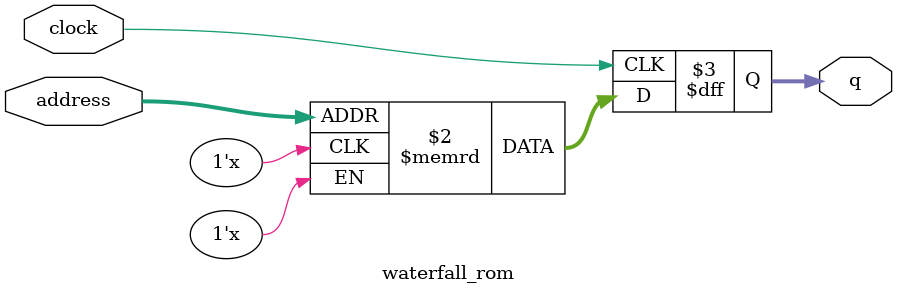
<source format=sv>
module waterfall_rom (
	input logic clock,
	input logic [13:0] address,
	output logic [11:0] q
);

logic [11:0] memory [0:9999] /* synthesis ram_init_file = "./waterfall/waterfall.COE" */;

always_ff @ (posedge clock) begin
	q <= memory[address];
end

endmodule

</source>
